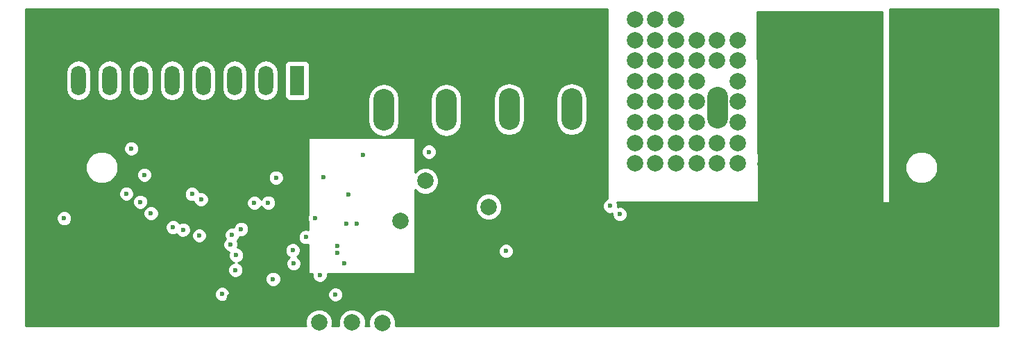
<source format=gbr>
G04 #@! TF.FileFunction,Copper,L3,Inr,Signal*
%FSLAX46Y46*%
G04 Gerber Fmt 4.6, Leading zero omitted, Abs format (unit mm)*
G04 Created by KiCad (PCBNEW 4.0.6) date Thu Jun  1 11:47:27 2017*
%MOMM*%
%LPD*%
G01*
G04 APERTURE LIST*
%ADD10C,0.100000*%
%ADD11C,1.998980*%
%ADD12O,2.540000X5.080000*%
%ADD13R,1.800000X3.600000*%
%ADD14O,1.800000X3.600000*%
%ADD15C,0.600000*%
%ADD16C,2.000000*%
%ADD17C,0.250000*%
%ADD18C,0.419100*%
%ADD19C,0.254000*%
G04 APERTURE END LIST*
D10*
D11*
X77410000Y-77830000D03*
X76170000Y-76120000D03*
X86500000Y-78900000D03*
X90530000Y-78900000D03*
X94210000Y-78930000D03*
X132550000Y-59500000D03*
X125050000Y-57000000D03*
X125050000Y-59500000D03*
X127550000Y-57000000D03*
X130050000Y-57000000D03*
X132550000Y-57000000D03*
X130050000Y-59500000D03*
X127550000Y-59500000D03*
X146000000Y-52090000D03*
X148500000Y-52090000D03*
X148500000Y-47090000D03*
X146000000Y-47090000D03*
X148500000Y-49590000D03*
X146000000Y-49590000D03*
X148500000Y-44590000D03*
X146000000Y-42090000D03*
X146000000Y-44590000D03*
X153500000Y-49590000D03*
X153500000Y-52090000D03*
X151000000Y-52090000D03*
X151000000Y-49590000D03*
X151000000Y-47090000D03*
X153500000Y-44590000D03*
X151000000Y-44590000D03*
X153500000Y-47090000D03*
X153500000Y-42090000D03*
X151000000Y-42090000D03*
X148500000Y-42090000D03*
X148500000Y-57090000D03*
X148500000Y-59590000D03*
X141000000Y-59590000D03*
X141000000Y-57090000D03*
X135050000Y-57000000D03*
X137550000Y-59500000D03*
X137550000Y-57000000D03*
X135050000Y-59500000D03*
X143500000Y-59590000D03*
X146000000Y-54590000D03*
X146000000Y-59590000D03*
X146000000Y-57090000D03*
X143500000Y-57090000D03*
X153500000Y-57090000D03*
X153500000Y-54590000D03*
X151000000Y-54590000D03*
X148500000Y-54590000D03*
X153500000Y-59590000D03*
X151000000Y-59590000D03*
X151000000Y-57090000D03*
X137550000Y-47000000D03*
X135050000Y-47000000D03*
X132550000Y-47000000D03*
X137550000Y-44500000D03*
X135050000Y-44500000D03*
X132550000Y-44500000D03*
X127550000Y-42000000D03*
X130050000Y-44500000D03*
X127550000Y-44500000D03*
X125050000Y-44500000D03*
X130050000Y-42000000D03*
X125050000Y-42000000D03*
X137550000Y-49500000D03*
X137550000Y-54500000D03*
X132550000Y-54500000D03*
X137550000Y-52000000D03*
X132550000Y-52000000D03*
X132550000Y-49500000D03*
X127550000Y-47000000D03*
X130050000Y-49500000D03*
X125050000Y-49500000D03*
X130050000Y-47000000D03*
X127550000Y-49500000D03*
X125050000Y-47000000D03*
D12*
X142770000Y-52700000D03*
X135150000Y-52700000D03*
D11*
X141000000Y-44590000D03*
X143500000Y-47090000D03*
X141000000Y-49590000D03*
X141000000Y-47090000D03*
X143500000Y-44590000D03*
X127550000Y-54500000D03*
X130050000Y-54500000D03*
X125050000Y-54500000D03*
X130050000Y-52000000D03*
X127550000Y-52000000D03*
X125050000Y-52000000D03*
D12*
X102020000Y-53000000D03*
X94400000Y-53000000D03*
D13*
X83810000Y-49400000D03*
D14*
X80000000Y-49400000D03*
X76190000Y-49400000D03*
X72380000Y-49400000D03*
X68570000Y-49400000D03*
X64760000Y-49400000D03*
X60950000Y-49400000D03*
X57140000Y-49400000D03*
D12*
X117320000Y-52900000D03*
X109700000Y-52900000D03*
D15*
X82500000Y-55200000D03*
X81300000Y-55200000D03*
X81900000Y-55200000D03*
X73000000Y-55100000D03*
X75700000Y-73400000D03*
D16*
X107200000Y-64800000D03*
X96400000Y-66500000D03*
D15*
X75893288Y-68206712D03*
X74680000Y-75440000D03*
X123200000Y-65700000D03*
X122000000Y-64700000D03*
X109300000Y-70200000D03*
X84900000Y-68500000D03*
X68700000Y-67300000D03*
X64700000Y-64200000D03*
X88500000Y-75500000D03*
X90100000Y-63300000D03*
X80300000Y-64300000D03*
X75700000Y-69400000D03*
X71895046Y-68300000D03*
X69900000Y-67600000D03*
D16*
X99450000Y-61650000D03*
D15*
X81250000Y-61250000D03*
X91900000Y-58500000D03*
X91100000Y-66900000D03*
X89800000Y-66900000D03*
X88700000Y-70400000D03*
X88700000Y-69600000D03*
X83300000Y-70100000D03*
X86600000Y-73100000D03*
X63000000Y-63200000D03*
X71000000Y-63250000D03*
X80900000Y-73600000D03*
X89590440Y-71709560D03*
X83409560Y-71709560D03*
X87000000Y-61200000D03*
X76300000Y-72500000D03*
X85990449Y-66190449D03*
X55400000Y-66200000D03*
X76400000Y-70700000D03*
X63600000Y-57700000D03*
X65200000Y-60900000D03*
X66000000Y-65600000D03*
X72100000Y-63900000D03*
X77000000Y-67500000D03*
X78600000Y-64323062D03*
X99900000Y-58100000D03*
D17*
X140600000Y-68300000D02*
X142300000Y-68300000D01*
X117500000Y-56300000D02*
X120100000Y-58800000D01*
X120100000Y-58800000D02*
X120100000Y-66500000D01*
X120100000Y-66500000D02*
X121900000Y-68300000D01*
X121900000Y-68300000D02*
X140600000Y-68300000D01*
X81900000Y-55200000D02*
X81900000Y-55600000D01*
X97800000Y-56300000D02*
X111400000Y-56300000D01*
X96300000Y-56300000D02*
X97800000Y-56300000D01*
X90900000Y-56300000D02*
X96300000Y-56300000D01*
X86800000Y-56300000D02*
X90900000Y-56300000D01*
X83200000Y-56300000D02*
X86800000Y-56300000D01*
X81900000Y-55600000D02*
X83200000Y-56300000D01*
X111400000Y-56300000D02*
X117500000Y-56300000D01*
X142300000Y-68300000D02*
X143500000Y-67100000D01*
X143500000Y-59590000D02*
X143500000Y-67100000D01*
D18*
X75700000Y-73400000D02*
X74500000Y-73400000D01*
X73600000Y-55700000D02*
X73000000Y-55100000D01*
X73600000Y-72500000D02*
X73600000Y-55700000D01*
X74500000Y-73400000D02*
X73600000Y-72500000D01*
D19*
G36*
X121673000Y-63823442D02*
X121471057Y-63906883D01*
X121207808Y-64169673D01*
X121065162Y-64513201D01*
X121064838Y-64885167D01*
X121206883Y-65228943D01*
X121469673Y-65492192D01*
X121813201Y-65634838D01*
X122185167Y-65635162D01*
X122265085Y-65602141D01*
X122264838Y-65885167D01*
X122406883Y-66228943D01*
X122669673Y-66492192D01*
X123013201Y-66634838D01*
X123385167Y-66635162D01*
X123728943Y-66493117D01*
X123992192Y-66230327D01*
X124134838Y-65886799D01*
X124135162Y-65514833D01*
X123993117Y-65171057D01*
X123730327Y-64907808D01*
X123386799Y-64765162D01*
X123014833Y-64764838D01*
X122934915Y-64797859D01*
X122935162Y-64514833D01*
X122816232Y-64227000D01*
X140000000Y-64227000D01*
X140049410Y-64216994D01*
X140091035Y-64188553D01*
X140118315Y-64146159D01*
X140126997Y-64099179D01*
X139977823Y-41027000D01*
X155223000Y-41027000D01*
X155223000Y-64198099D01*
X155233006Y-64247509D01*
X155261447Y-64289134D01*
X155303841Y-64316414D01*
X155349629Y-64325098D01*
X155999629Y-64326999D01*
X156049068Y-64317138D01*
X156090775Y-64288819D01*
X156118179Y-64246505D01*
X156127000Y-64200000D01*
X156127000Y-60393109D01*
X158014657Y-60393109D01*
X158316218Y-61122943D01*
X158874120Y-61681819D01*
X159603427Y-61984654D01*
X160393109Y-61985343D01*
X161122943Y-61683782D01*
X161681819Y-61125880D01*
X161984654Y-60396573D01*
X161985343Y-59606891D01*
X161683782Y-58877057D01*
X161125880Y-58318181D01*
X160396573Y-58015346D01*
X159606891Y-58014657D01*
X158877057Y-58316218D01*
X158318181Y-58874120D01*
X158015346Y-59603427D01*
X158014657Y-60393109D01*
X156127000Y-60393109D01*
X156127000Y-40685000D01*
X169315000Y-40685000D01*
X169315000Y-79315000D01*
X95819934Y-79315000D01*
X95844206Y-79256547D01*
X95844774Y-78606306D01*
X95596462Y-78005345D01*
X95137073Y-77545154D01*
X94536547Y-77295794D01*
X93886306Y-77295226D01*
X93285345Y-77543538D01*
X92825154Y-78002927D01*
X92575794Y-78603453D01*
X92575226Y-79253694D01*
X92600557Y-79315000D01*
X92127477Y-79315000D01*
X92164206Y-79226547D01*
X92164774Y-78576306D01*
X91916462Y-77975345D01*
X91457073Y-77515154D01*
X90856547Y-77265794D01*
X90206306Y-77265226D01*
X89605345Y-77513538D01*
X89145154Y-77972927D01*
X88895794Y-78573453D01*
X88895226Y-79223694D01*
X88932953Y-79315000D01*
X88097477Y-79315000D01*
X88134206Y-79226547D01*
X88134774Y-78576306D01*
X87886462Y-77975345D01*
X87427073Y-77515154D01*
X86826547Y-77265794D01*
X86176306Y-77265226D01*
X85575345Y-77513538D01*
X85115154Y-77972927D01*
X84865794Y-78573453D01*
X84865226Y-79223694D01*
X84902953Y-79315000D01*
X50685000Y-79315000D01*
X50685000Y-75625167D01*
X73744838Y-75625167D01*
X73886883Y-75968943D01*
X74149673Y-76232192D01*
X74493201Y-76374838D01*
X74865167Y-76375162D01*
X75208943Y-76233117D01*
X75472192Y-75970327D01*
X75590601Y-75685167D01*
X87564838Y-75685167D01*
X87706883Y-76028943D01*
X87969673Y-76292192D01*
X88313201Y-76434838D01*
X88685167Y-76435162D01*
X89028943Y-76293117D01*
X89292192Y-76030327D01*
X89434838Y-75686799D01*
X89435162Y-75314833D01*
X89293117Y-74971057D01*
X89030327Y-74707808D01*
X88686799Y-74565162D01*
X88314833Y-74564838D01*
X87971057Y-74706883D01*
X87707808Y-74969673D01*
X87565162Y-75313201D01*
X87564838Y-75685167D01*
X75590601Y-75685167D01*
X75614838Y-75626799D01*
X75615162Y-75254833D01*
X75473117Y-74911057D01*
X75210327Y-74647808D01*
X74866799Y-74505162D01*
X74494833Y-74504838D01*
X74151057Y-74646883D01*
X73887808Y-74909673D01*
X73745162Y-75253201D01*
X73744838Y-75625167D01*
X50685000Y-75625167D01*
X50685000Y-73785167D01*
X79964838Y-73785167D01*
X80106883Y-74128943D01*
X80369673Y-74392192D01*
X80713201Y-74534838D01*
X81085167Y-74535162D01*
X81428943Y-74393117D01*
X81692192Y-74130327D01*
X81834838Y-73786799D01*
X81835162Y-73414833D01*
X81693117Y-73071057D01*
X81430327Y-72807808D01*
X81086799Y-72665162D01*
X80714833Y-72664838D01*
X80371057Y-72806883D01*
X80107808Y-73069673D01*
X79965162Y-73413201D01*
X79964838Y-73785167D01*
X50685000Y-73785167D01*
X50685000Y-69585167D01*
X74764838Y-69585167D01*
X74906883Y-69928943D01*
X75169673Y-70192192D01*
X75513201Y-70334838D01*
X75539216Y-70334861D01*
X75465162Y-70513201D01*
X75464838Y-70885167D01*
X75606883Y-71228943D01*
X75869673Y-71492192D01*
X76079641Y-71579379D01*
X75771057Y-71706883D01*
X75507808Y-71969673D01*
X75365162Y-72313201D01*
X75364838Y-72685167D01*
X75506883Y-73028943D01*
X75769673Y-73292192D01*
X76113201Y-73434838D01*
X76485167Y-73435162D01*
X76828943Y-73293117D01*
X77092192Y-73030327D01*
X77234838Y-72686799D01*
X77235162Y-72314833D01*
X77093117Y-71971057D01*
X76830327Y-71707808D01*
X76620359Y-71620621D01*
X76928943Y-71493117D01*
X77192192Y-71230327D01*
X77334838Y-70886799D01*
X77335162Y-70514833D01*
X77240267Y-70285167D01*
X82364838Y-70285167D01*
X82506883Y-70628943D01*
X82769673Y-70892192D01*
X82865182Y-70931851D01*
X82617368Y-71179233D01*
X82474722Y-71522761D01*
X82474398Y-71894727D01*
X82616443Y-72238503D01*
X82879233Y-72501752D01*
X83222761Y-72644398D01*
X83594727Y-72644722D01*
X83938503Y-72502677D01*
X84201752Y-72239887D01*
X84344398Y-71896359D01*
X84344722Y-71524393D01*
X84202677Y-71180617D01*
X83939887Y-70917368D01*
X83844378Y-70877709D01*
X84092192Y-70630327D01*
X84234838Y-70286799D01*
X84235162Y-69914833D01*
X84093117Y-69571057D01*
X83830327Y-69307808D01*
X83486799Y-69165162D01*
X83114833Y-69164838D01*
X82771057Y-69306883D01*
X82507808Y-69569673D01*
X82365162Y-69913201D01*
X82364838Y-70285167D01*
X77240267Y-70285167D01*
X77193117Y-70171057D01*
X76930327Y-69907808D01*
X76586799Y-69765162D01*
X76560784Y-69765139D01*
X76634838Y-69586799D01*
X76635162Y-69214833D01*
X76510087Y-68912127D01*
X76685480Y-68737039D01*
X76707019Y-68685167D01*
X83964838Y-68685167D01*
X84106883Y-69028943D01*
X84369673Y-69292192D01*
X84713201Y-69434838D01*
X85085167Y-69435162D01*
X85173000Y-69398870D01*
X85173000Y-72800000D01*
X85183006Y-72849410D01*
X85211447Y-72891035D01*
X85253841Y-72918315D01*
X85300000Y-72927000D01*
X85665150Y-72927000D01*
X85664838Y-73285167D01*
X85806883Y-73628943D01*
X86069673Y-73892192D01*
X86413201Y-74034838D01*
X86785167Y-74035162D01*
X87128943Y-73893117D01*
X87392192Y-73630327D01*
X87534838Y-73286799D01*
X87535151Y-72927000D01*
X98100000Y-72927000D01*
X98149410Y-72916994D01*
X98191035Y-72888553D01*
X98218315Y-72846159D01*
X98227000Y-72800000D01*
X98227000Y-70385167D01*
X108364838Y-70385167D01*
X108506883Y-70728943D01*
X108769673Y-70992192D01*
X109113201Y-71134838D01*
X109485167Y-71135162D01*
X109828943Y-70993117D01*
X110092192Y-70730327D01*
X110234838Y-70386799D01*
X110235162Y-70014833D01*
X110093117Y-69671057D01*
X109830327Y-69407808D01*
X109486799Y-69265162D01*
X109114833Y-69264838D01*
X108771057Y-69406883D01*
X108507808Y-69669673D01*
X108365162Y-70013201D01*
X108364838Y-70385167D01*
X98227000Y-70385167D01*
X98227000Y-65123795D01*
X105564716Y-65123795D01*
X105813106Y-65724943D01*
X106272637Y-66185278D01*
X106873352Y-66434716D01*
X107523795Y-66435284D01*
X108124943Y-66186894D01*
X108585278Y-65727363D01*
X108834716Y-65126648D01*
X108835284Y-64476205D01*
X108586894Y-63875057D01*
X108127363Y-63414722D01*
X107526648Y-63165284D01*
X106876205Y-63164716D01*
X106275057Y-63413106D01*
X105814722Y-63872637D01*
X105565284Y-64473352D01*
X105564716Y-65123795D01*
X98227000Y-65123795D01*
X98227000Y-62739124D01*
X98522637Y-63035278D01*
X99123352Y-63284716D01*
X99773795Y-63285284D01*
X100374943Y-63036894D01*
X100835278Y-62577363D01*
X101084716Y-61976648D01*
X101085284Y-61326205D01*
X100836894Y-60725057D01*
X100377363Y-60264722D01*
X99776648Y-60015284D01*
X99126205Y-60014716D01*
X98525057Y-60263106D01*
X98227000Y-60560642D01*
X98227000Y-58285167D01*
X98964838Y-58285167D01*
X99106883Y-58628943D01*
X99369673Y-58892192D01*
X99713201Y-59034838D01*
X100085167Y-59035162D01*
X100428943Y-58893117D01*
X100692192Y-58630327D01*
X100834838Y-58286799D01*
X100835162Y-57914833D01*
X100693117Y-57571057D01*
X100430327Y-57307808D01*
X100086799Y-57165162D01*
X99714833Y-57164838D01*
X99371057Y-57306883D01*
X99107808Y-57569673D01*
X98965162Y-57913201D01*
X98964838Y-58285167D01*
X98227000Y-58285167D01*
X98227000Y-56500000D01*
X98216994Y-56450590D01*
X98188553Y-56408965D01*
X98146159Y-56381685D01*
X98100000Y-56373000D01*
X85300000Y-56373000D01*
X85250590Y-56383006D01*
X85208965Y-56411447D01*
X85181685Y-56453841D01*
X85173000Y-56500000D01*
X85173000Y-65720947D01*
X85055611Y-66003650D01*
X85055287Y-66375616D01*
X85173000Y-66660504D01*
X85173000Y-67600956D01*
X85086799Y-67565162D01*
X84714833Y-67564838D01*
X84371057Y-67706883D01*
X84107808Y-67969673D01*
X83965162Y-68313201D01*
X83964838Y-68685167D01*
X76707019Y-68685167D01*
X76811294Y-68434046D01*
X76813201Y-68434838D01*
X77185167Y-68435162D01*
X77528943Y-68293117D01*
X77792192Y-68030327D01*
X77934838Y-67686799D01*
X77935162Y-67314833D01*
X77793117Y-66971057D01*
X77530327Y-66707808D01*
X77186799Y-66565162D01*
X76814833Y-66564838D01*
X76471057Y-66706883D01*
X76207808Y-66969673D01*
X76081994Y-67272666D01*
X76080087Y-67271874D01*
X75708121Y-67271550D01*
X75364345Y-67413595D01*
X75101096Y-67676385D01*
X74958450Y-68019913D01*
X74958126Y-68391879D01*
X75083201Y-68694585D01*
X74907808Y-68869673D01*
X74765162Y-69213201D01*
X74764838Y-69585167D01*
X50685000Y-69585167D01*
X50685000Y-67485167D01*
X67764838Y-67485167D01*
X67906883Y-67828943D01*
X68169673Y-68092192D01*
X68513201Y-68234838D01*
X68885167Y-68235162D01*
X69117207Y-68139285D01*
X69369673Y-68392192D01*
X69713201Y-68534838D01*
X70085167Y-68535162D01*
X70206164Y-68485167D01*
X70959884Y-68485167D01*
X71101929Y-68828943D01*
X71364719Y-69092192D01*
X71708247Y-69234838D01*
X72080213Y-69235162D01*
X72423989Y-69093117D01*
X72687238Y-68830327D01*
X72829884Y-68486799D01*
X72830208Y-68114833D01*
X72688163Y-67771057D01*
X72425373Y-67507808D01*
X72081845Y-67365162D01*
X71709879Y-67364838D01*
X71366103Y-67506883D01*
X71102854Y-67769673D01*
X70960208Y-68113201D01*
X70959884Y-68485167D01*
X70206164Y-68485167D01*
X70428943Y-68393117D01*
X70692192Y-68130327D01*
X70834838Y-67786799D01*
X70835162Y-67414833D01*
X70693117Y-67071057D01*
X70430327Y-66807808D01*
X70086799Y-66665162D01*
X69714833Y-66664838D01*
X69482793Y-66760715D01*
X69230327Y-66507808D01*
X68886799Y-66365162D01*
X68514833Y-66364838D01*
X68171057Y-66506883D01*
X67907808Y-66769673D01*
X67765162Y-67113201D01*
X67764838Y-67485167D01*
X50685000Y-67485167D01*
X50685000Y-66385167D01*
X54464838Y-66385167D01*
X54606883Y-66728943D01*
X54869673Y-66992192D01*
X55213201Y-67134838D01*
X55585167Y-67135162D01*
X55928943Y-66993117D01*
X56192192Y-66730327D01*
X56334838Y-66386799D01*
X56335162Y-66014833D01*
X56240267Y-65785167D01*
X65064838Y-65785167D01*
X65206883Y-66128943D01*
X65469673Y-66392192D01*
X65813201Y-66534838D01*
X66185167Y-66535162D01*
X66528943Y-66393117D01*
X66792192Y-66130327D01*
X66934838Y-65786799D01*
X66935162Y-65414833D01*
X66793117Y-65071057D01*
X66530327Y-64807808D01*
X66186799Y-64665162D01*
X65814833Y-64664838D01*
X65471057Y-64806883D01*
X65207808Y-65069673D01*
X65065162Y-65413201D01*
X65064838Y-65785167D01*
X56240267Y-65785167D01*
X56193117Y-65671057D01*
X55930327Y-65407808D01*
X55586799Y-65265162D01*
X55214833Y-65264838D01*
X54871057Y-65406883D01*
X54607808Y-65669673D01*
X54465162Y-66013201D01*
X54464838Y-66385167D01*
X50685000Y-66385167D01*
X50685000Y-64385167D01*
X63764838Y-64385167D01*
X63906883Y-64728943D01*
X64169673Y-64992192D01*
X64513201Y-65134838D01*
X64885167Y-65135162D01*
X65228943Y-64993117D01*
X65492192Y-64730327D01*
X65634838Y-64386799D01*
X65635162Y-64014833D01*
X65493117Y-63671057D01*
X65257639Y-63435167D01*
X70064838Y-63435167D01*
X70206883Y-63778943D01*
X70469673Y-64042192D01*
X70813201Y-64184838D01*
X71185167Y-64185162D01*
X71203094Y-64177755D01*
X71306883Y-64428943D01*
X71569673Y-64692192D01*
X71913201Y-64834838D01*
X72285167Y-64835162D01*
X72628943Y-64693117D01*
X72814153Y-64508229D01*
X77664838Y-64508229D01*
X77806883Y-64852005D01*
X78069673Y-65115254D01*
X78413201Y-65257900D01*
X78785167Y-65258224D01*
X79128943Y-65116179D01*
X79392192Y-64853389D01*
X79454742Y-64702752D01*
X79506883Y-64828943D01*
X79769673Y-65092192D01*
X80113201Y-65234838D01*
X80485167Y-65235162D01*
X80828943Y-65093117D01*
X81092192Y-64830327D01*
X81234838Y-64486799D01*
X81235162Y-64114833D01*
X81093117Y-63771057D01*
X80830327Y-63507808D01*
X80486799Y-63365162D01*
X80114833Y-63364838D01*
X79771057Y-63506883D01*
X79507808Y-63769673D01*
X79445258Y-63920310D01*
X79393117Y-63794119D01*
X79130327Y-63530870D01*
X78786799Y-63388224D01*
X78414833Y-63387900D01*
X78071057Y-63529945D01*
X77807808Y-63792735D01*
X77665162Y-64136263D01*
X77664838Y-64508229D01*
X72814153Y-64508229D01*
X72892192Y-64430327D01*
X73034838Y-64086799D01*
X73035162Y-63714833D01*
X72893117Y-63371057D01*
X72630327Y-63107808D01*
X72286799Y-62965162D01*
X71914833Y-62964838D01*
X71896906Y-62972245D01*
X71793117Y-62721057D01*
X71530327Y-62457808D01*
X71186799Y-62315162D01*
X70814833Y-62314838D01*
X70471057Y-62456883D01*
X70207808Y-62719673D01*
X70065162Y-63063201D01*
X70064838Y-63435167D01*
X65257639Y-63435167D01*
X65230327Y-63407808D01*
X64886799Y-63265162D01*
X64514833Y-63264838D01*
X64171057Y-63406883D01*
X63907808Y-63669673D01*
X63765162Y-64013201D01*
X63764838Y-64385167D01*
X50685000Y-64385167D01*
X50685000Y-63385167D01*
X62064838Y-63385167D01*
X62206883Y-63728943D01*
X62469673Y-63992192D01*
X62813201Y-64134838D01*
X63185167Y-64135162D01*
X63528943Y-63993117D01*
X63792192Y-63730327D01*
X63934838Y-63386799D01*
X63935162Y-63014833D01*
X63793117Y-62671057D01*
X63530327Y-62407808D01*
X63186799Y-62265162D01*
X62814833Y-62264838D01*
X62471057Y-62406883D01*
X62207808Y-62669673D01*
X62065162Y-63013201D01*
X62064838Y-63385167D01*
X50685000Y-63385167D01*
X50685000Y-60393109D01*
X58014657Y-60393109D01*
X58316218Y-61122943D01*
X58874120Y-61681819D01*
X59603427Y-61984654D01*
X60393109Y-61985343D01*
X61122943Y-61683782D01*
X61681819Y-61125880D01*
X61698724Y-61085167D01*
X64264838Y-61085167D01*
X64406883Y-61428943D01*
X64669673Y-61692192D01*
X65013201Y-61834838D01*
X65385167Y-61835162D01*
X65728943Y-61693117D01*
X65987343Y-61435167D01*
X80314838Y-61435167D01*
X80456883Y-61778943D01*
X80719673Y-62042192D01*
X81063201Y-62184838D01*
X81435167Y-62185162D01*
X81778943Y-62043117D01*
X82042192Y-61780327D01*
X82184838Y-61436799D01*
X82185162Y-61064833D01*
X82043117Y-60721057D01*
X81780327Y-60457808D01*
X81436799Y-60315162D01*
X81064833Y-60314838D01*
X80721057Y-60456883D01*
X80457808Y-60719673D01*
X80315162Y-61063201D01*
X80314838Y-61435167D01*
X65987343Y-61435167D01*
X65992192Y-61430327D01*
X66134838Y-61086799D01*
X66135162Y-60714833D01*
X65993117Y-60371057D01*
X65730327Y-60107808D01*
X65386799Y-59965162D01*
X65014833Y-59964838D01*
X64671057Y-60106883D01*
X64407808Y-60369673D01*
X64265162Y-60713201D01*
X64264838Y-61085167D01*
X61698724Y-61085167D01*
X61984654Y-60396573D01*
X61985343Y-59606891D01*
X61683782Y-58877057D01*
X61125880Y-58318181D01*
X60396573Y-58015346D01*
X59606891Y-58014657D01*
X58877057Y-58316218D01*
X58318181Y-58874120D01*
X58015346Y-59603427D01*
X58014657Y-60393109D01*
X50685000Y-60393109D01*
X50685000Y-57885167D01*
X62664838Y-57885167D01*
X62806883Y-58228943D01*
X63069673Y-58492192D01*
X63413201Y-58634838D01*
X63785167Y-58635162D01*
X64128943Y-58493117D01*
X64392192Y-58230327D01*
X64534838Y-57886799D01*
X64535162Y-57514833D01*
X64393117Y-57171057D01*
X64130327Y-56907808D01*
X63786799Y-56765162D01*
X63414833Y-56764838D01*
X63071057Y-56906883D01*
X62807808Y-57169673D01*
X62665162Y-57513201D01*
X62664838Y-57885167D01*
X50685000Y-57885167D01*
X50685000Y-48452296D01*
X55605000Y-48452296D01*
X55605000Y-50347704D01*
X55721845Y-50935123D01*
X56054591Y-51433113D01*
X56552581Y-51765859D01*
X57140000Y-51882704D01*
X57727419Y-51765859D01*
X58225409Y-51433113D01*
X58558155Y-50935123D01*
X58675000Y-50347704D01*
X58675000Y-48452296D01*
X59415000Y-48452296D01*
X59415000Y-50347704D01*
X59531845Y-50935123D01*
X59864591Y-51433113D01*
X60362581Y-51765859D01*
X60950000Y-51882704D01*
X61537419Y-51765859D01*
X62035409Y-51433113D01*
X62368155Y-50935123D01*
X62485000Y-50347704D01*
X62485000Y-48452296D01*
X63225000Y-48452296D01*
X63225000Y-50347704D01*
X63341845Y-50935123D01*
X63674591Y-51433113D01*
X64172581Y-51765859D01*
X64760000Y-51882704D01*
X65347419Y-51765859D01*
X65845409Y-51433113D01*
X66178155Y-50935123D01*
X66295000Y-50347704D01*
X66295000Y-48452296D01*
X67035000Y-48452296D01*
X67035000Y-50347704D01*
X67151845Y-50935123D01*
X67484591Y-51433113D01*
X67982581Y-51765859D01*
X68570000Y-51882704D01*
X69157419Y-51765859D01*
X69655409Y-51433113D01*
X69988155Y-50935123D01*
X70105000Y-50347704D01*
X70105000Y-48452296D01*
X70845000Y-48452296D01*
X70845000Y-50347704D01*
X70961845Y-50935123D01*
X71294591Y-51433113D01*
X71792581Y-51765859D01*
X72380000Y-51882704D01*
X72967419Y-51765859D01*
X73465409Y-51433113D01*
X73798155Y-50935123D01*
X73915000Y-50347704D01*
X73915000Y-48452296D01*
X74655000Y-48452296D01*
X74655000Y-50347704D01*
X74771845Y-50935123D01*
X75104591Y-51433113D01*
X75602581Y-51765859D01*
X76190000Y-51882704D01*
X76777419Y-51765859D01*
X77275409Y-51433113D01*
X77608155Y-50935123D01*
X77725000Y-50347704D01*
X77725000Y-48452296D01*
X78465000Y-48452296D01*
X78465000Y-50347704D01*
X78581845Y-50935123D01*
X78914591Y-51433113D01*
X79412581Y-51765859D01*
X80000000Y-51882704D01*
X80587419Y-51765859D01*
X81085409Y-51433113D01*
X81418155Y-50935123D01*
X81535000Y-50347704D01*
X81535000Y-48452296D01*
X81418155Y-47864877D01*
X81241170Y-47600000D01*
X82262560Y-47600000D01*
X82262560Y-51200000D01*
X82306838Y-51435317D01*
X82445910Y-51651441D01*
X82658110Y-51796431D01*
X82910000Y-51847440D01*
X84710000Y-51847440D01*
X84945317Y-51803162D01*
X85155678Y-51667798D01*
X92495000Y-51667798D01*
X92495000Y-54332202D01*
X92640009Y-55061214D01*
X93052962Y-55679240D01*
X93670988Y-56092193D01*
X94400000Y-56237202D01*
X95129012Y-56092193D01*
X95747038Y-55679240D01*
X96159991Y-55061214D01*
X96305000Y-54332202D01*
X96305000Y-51667798D01*
X100115000Y-51667798D01*
X100115000Y-54332202D01*
X100260009Y-55061214D01*
X100672962Y-55679240D01*
X101290988Y-56092193D01*
X102020000Y-56237202D01*
X102749012Y-56092193D01*
X103367038Y-55679240D01*
X103779991Y-55061214D01*
X103925000Y-54332202D01*
X103925000Y-51667798D01*
X103905109Y-51567798D01*
X107795000Y-51567798D01*
X107795000Y-54232202D01*
X107940009Y-54961214D01*
X108352962Y-55579240D01*
X108970988Y-55992193D01*
X109700000Y-56137202D01*
X110429012Y-55992193D01*
X111047038Y-55579240D01*
X111459991Y-54961214D01*
X111605000Y-54232202D01*
X111605000Y-51567798D01*
X115415000Y-51567798D01*
X115415000Y-54232202D01*
X115560009Y-54961214D01*
X115972962Y-55579240D01*
X116590988Y-55992193D01*
X117320000Y-56137202D01*
X118049012Y-55992193D01*
X118667038Y-55579240D01*
X119079991Y-54961214D01*
X119225000Y-54232202D01*
X119225000Y-51567798D01*
X119079991Y-50838786D01*
X118667038Y-50220760D01*
X118049012Y-49807807D01*
X117320000Y-49662798D01*
X116590988Y-49807807D01*
X115972962Y-50220760D01*
X115560009Y-50838786D01*
X115415000Y-51567798D01*
X111605000Y-51567798D01*
X111459991Y-50838786D01*
X111047038Y-50220760D01*
X110429012Y-49807807D01*
X109700000Y-49662798D01*
X108970988Y-49807807D01*
X108352962Y-50220760D01*
X107940009Y-50838786D01*
X107795000Y-51567798D01*
X103905109Y-51567798D01*
X103779991Y-50938786D01*
X103367038Y-50320760D01*
X102749012Y-49907807D01*
X102020000Y-49762798D01*
X101290988Y-49907807D01*
X100672962Y-50320760D01*
X100260009Y-50938786D01*
X100115000Y-51667798D01*
X96305000Y-51667798D01*
X96159991Y-50938786D01*
X95747038Y-50320760D01*
X95129012Y-49907807D01*
X94400000Y-49762798D01*
X93670988Y-49907807D01*
X93052962Y-50320760D01*
X92640009Y-50938786D01*
X92495000Y-51667798D01*
X85155678Y-51667798D01*
X85161441Y-51664090D01*
X85306431Y-51451890D01*
X85357440Y-51200000D01*
X85357440Y-47600000D01*
X85313162Y-47364683D01*
X85174090Y-47148559D01*
X84961890Y-47003569D01*
X84710000Y-46952560D01*
X82910000Y-46952560D01*
X82674683Y-46996838D01*
X82458559Y-47135910D01*
X82313569Y-47348110D01*
X82262560Y-47600000D01*
X81241170Y-47600000D01*
X81085409Y-47366887D01*
X80587419Y-47034141D01*
X80000000Y-46917296D01*
X79412581Y-47034141D01*
X78914591Y-47366887D01*
X78581845Y-47864877D01*
X78465000Y-48452296D01*
X77725000Y-48452296D01*
X77608155Y-47864877D01*
X77275409Y-47366887D01*
X76777419Y-47034141D01*
X76190000Y-46917296D01*
X75602581Y-47034141D01*
X75104591Y-47366887D01*
X74771845Y-47864877D01*
X74655000Y-48452296D01*
X73915000Y-48452296D01*
X73798155Y-47864877D01*
X73465409Y-47366887D01*
X72967419Y-47034141D01*
X72380000Y-46917296D01*
X71792581Y-47034141D01*
X71294591Y-47366887D01*
X70961845Y-47864877D01*
X70845000Y-48452296D01*
X70105000Y-48452296D01*
X69988155Y-47864877D01*
X69655409Y-47366887D01*
X69157419Y-47034141D01*
X68570000Y-46917296D01*
X67982581Y-47034141D01*
X67484591Y-47366887D01*
X67151845Y-47864877D01*
X67035000Y-48452296D01*
X66295000Y-48452296D01*
X66178155Y-47864877D01*
X65845409Y-47366887D01*
X65347419Y-47034141D01*
X64760000Y-46917296D01*
X64172581Y-47034141D01*
X63674591Y-47366887D01*
X63341845Y-47864877D01*
X63225000Y-48452296D01*
X62485000Y-48452296D01*
X62368155Y-47864877D01*
X62035409Y-47366887D01*
X61537419Y-47034141D01*
X60950000Y-46917296D01*
X60362581Y-47034141D01*
X59864591Y-47366887D01*
X59531845Y-47864877D01*
X59415000Y-48452296D01*
X58675000Y-48452296D01*
X58558155Y-47864877D01*
X58225409Y-47366887D01*
X57727419Y-47034141D01*
X57140000Y-46917296D01*
X56552581Y-47034141D01*
X56054591Y-47366887D01*
X55721845Y-47864877D01*
X55605000Y-48452296D01*
X50685000Y-48452296D01*
X50685000Y-40685000D01*
X121673000Y-40685000D01*
X121673000Y-63823442D01*
X121673000Y-63823442D01*
G37*
X121673000Y-63823442D02*
X121471057Y-63906883D01*
X121207808Y-64169673D01*
X121065162Y-64513201D01*
X121064838Y-64885167D01*
X121206883Y-65228943D01*
X121469673Y-65492192D01*
X121813201Y-65634838D01*
X122185167Y-65635162D01*
X122265085Y-65602141D01*
X122264838Y-65885167D01*
X122406883Y-66228943D01*
X122669673Y-66492192D01*
X123013201Y-66634838D01*
X123385167Y-66635162D01*
X123728943Y-66493117D01*
X123992192Y-66230327D01*
X124134838Y-65886799D01*
X124135162Y-65514833D01*
X123993117Y-65171057D01*
X123730327Y-64907808D01*
X123386799Y-64765162D01*
X123014833Y-64764838D01*
X122934915Y-64797859D01*
X122935162Y-64514833D01*
X122816232Y-64227000D01*
X140000000Y-64227000D01*
X140049410Y-64216994D01*
X140091035Y-64188553D01*
X140118315Y-64146159D01*
X140126997Y-64099179D01*
X139977823Y-41027000D01*
X155223000Y-41027000D01*
X155223000Y-64198099D01*
X155233006Y-64247509D01*
X155261447Y-64289134D01*
X155303841Y-64316414D01*
X155349629Y-64325098D01*
X155999629Y-64326999D01*
X156049068Y-64317138D01*
X156090775Y-64288819D01*
X156118179Y-64246505D01*
X156127000Y-64200000D01*
X156127000Y-60393109D01*
X158014657Y-60393109D01*
X158316218Y-61122943D01*
X158874120Y-61681819D01*
X159603427Y-61984654D01*
X160393109Y-61985343D01*
X161122943Y-61683782D01*
X161681819Y-61125880D01*
X161984654Y-60396573D01*
X161985343Y-59606891D01*
X161683782Y-58877057D01*
X161125880Y-58318181D01*
X160396573Y-58015346D01*
X159606891Y-58014657D01*
X158877057Y-58316218D01*
X158318181Y-58874120D01*
X158015346Y-59603427D01*
X158014657Y-60393109D01*
X156127000Y-60393109D01*
X156127000Y-40685000D01*
X169315000Y-40685000D01*
X169315000Y-79315000D01*
X95819934Y-79315000D01*
X95844206Y-79256547D01*
X95844774Y-78606306D01*
X95596462Y-78005345D01*
X95137073Y-77545154D01*
X94536547Y-77295794D01*
X93886306Y-77295226D01*
X93285345Y-77543538D01*
X92825154Y-78002927D01*
X92575794Y-78603453D01*
X92575226Y-79253694D01*
X92600557Y-79315000D01*
X92127477Y-79315000D01*
X92164206Y-79226547D01*
X92164774Y-78576306D01*
X91916462Y-77975345D01*
X91457073Y-77515154D01*
X90856547Y-77265794D01*
X90206306Y-77265226D01*
X89605345Y-77513538D01*
X89145154Y-77972927D01*
X88895794Y-78573453D01*
X88895226Y-79223694D01*
X88932953Y-79315000D01*
X88097477Y-79315000D01*
X88134206Y-79226547D01*
X88134774Y-78576306D01*
X87886462Y-77975345D01*
X87427073Y-77515154D01*
X86826547Y-77265794D01*
X86176306Y-77265226D01*
X85575345Y-77513538D01*
X85115154Y-77972927D01*
X84865794Y-78573453D01*
X84865226Y-79223694D01*
X84902953Y-79315000D01*
X50685000Y-79315000D01*
X50685000Y-75625167D01*
X73744838Y-75625167D01*
X73886883Y-75968943D01*
X74149673Y-76232192D01*
X74493201Y-76374838D01*
X74865167Y-76375162D01*
X75208943Y-76233117D01*
X75472192Y-75970327D01*
X75590601Y-75685167D01*
X87564838Y-75685167D01*
X87706883Y-76028943D01*
X87969673Y-76292192D01*
X88313201Y-76434838D01*
X88685167Y-76435162D01*
X89028943Y-76293117D01*
X89292192Y-76030327D01*
X89434838Y-75686799D01*
X89435162Y-75314833D01*
X89293117Y-74971057D01*
X89030327Y-74707808D01*
X88686799Y-74565162D01*
X88314833Y-74564838D01*
X87971057Y-74706883D01*
X87707808Y-74969673D01*
X87565162Y-75313201D01*
X87564838Y-75685167D01*
X75590601Y-75685167D01*
X75614838Y-75626799D01*
X75615162Y-75254833D01*
X75473117Y-74911057D01*
X75210327Y-74647808D01*
X74866799Y-74505162D01*
X74494833Y-74504838D01*
X74151057Y-74646883D01*
X73887808Y-74909673D01*
X73745162Y-75253201D01*
X73744838Y-75625167D01*
X50685000Y-75625167D01*
X50685000Y-73785167D01*
X79964838Y-73785167D01*
X80106883Y-74128943D01*
X80369673Y-74392192D01*
X80713201Y-74534838D01*
X81085167Y-74535162D01*
X81428943Y-74393117D01*
X81692192Y-74130327D01*
X81834838Y-73786799D01*
X81835162Y-73414833D01*
X81693117Y-73071057D01*
X81430327Y-72807808D01*
X81086799Y-72665162D01*
X80714833Y-72664838D01*
X80371057Y-72806883D01*
X80107808Y-73069673D01*
X79965162Y-73413201D01*
X79964838Y-73785167D01*
X50685000Y-73785167D01*
X50685000Y-69585167D01*
X74764838Y-69585167D01*
X74906883Y-69928943D01*
X75169673Y-70192192D01*
X75513201Y-70334838D01*
X75539216Y-70334861D01*
X75465162Y-70513201D01*
X75464838Y-70885167D01*
X75606883Y-71228943D01*
X75869673Y-71492192D01*
X76079641Y-71579379D01*
X75771057Y-71706883D01*
X75507808Y-71969673D01*
X75365162Y-72313201D01*
X75364838Y-72685167D01*
X75506883Y-73028943D01*
X75769673Y-73292192D01*
X76113201Y-73434838D01*
X76485167Y-73435162D01*
X76828943Y-73293117D01*
X77092192Y-73030327D01*
X77234838Y-72686799D01*
X77235162Y-72314833D01*
X77093117Y-71971057D01*
X76830327Y-71707808D01*
X76620359Y-71620621D01*
X76928943Y-71493117D01*
X77192192Y-71230327D01*
X77334838Y-70886799D01*
X77335162Y-70514833D01*
X77240267Y-70285167D01*
X82364838Y-70285167D01*
X82506883Y-70628943D01*
X82769673Y-70892192D01*
X82865182Y-70931851D01*
X82617368Y-71179233D01*
X82474722Y-71522761D01*
X82474398Y-71894727D01*
X82616443Y-72238503D01*
X82879233Y-72501752D01*
X83222761Y-72644398D01*
X83594727Y-72644722D01*
X83938503Y-72502677D01*
X84201752Y-72239887D01*
X84344398Y-71896359D01*
X84344722Y-71524393D01*
X84202677Y-71180617D01*
X83939887Y-70917368D01*
X83844378Y-70877709D01*
X84092192Y-70630327D01*
X84234838Y-70286799D01*
X84235162Y-69914833D01*
X84093117Y-69571057D01*
X83830327Y-69307808D01*
X83486799Y-69165162D01*
X83114833Y-69164838D01*
X82771057Y-69306883D01*
X82507808Y-69569673D01*
X82365162Y-69913201D01*
X82364838Y-70285167D01*
X77240267Y-70285167D01*
X77193117Y-70171057D01*
X76930327Y-69907808D01*
X76586799Y-69765162D01*
X76560784Y-69765139D01*
X76634838Y-69586799D01*
X76635162Y-69214833D01*
X76510087Y-68912127D01*
X76685480Y-68737039D01*
X76707019Y-68685167D01*
X83964838Y-68685167D01*
X84106883Y-69028943D01*
X84369673Y-69292192D01*
X84713201Y-69434838D01*
X85085167Y-69435162D01*
X85173000Y-69398870D01*
X85173000Y-72800000D01*
X85183006Y-72849410D01*
X85211447Y-72891035D01*
X85253841Y-72918315D01*
X85300000Y-72927000D01*
X85665150Y-72927000D01*
X85664838Y-73285167D01*
X85806883Y-73628943D01*
X86069673Y-73892192D01*
X86413201Y-74034838D01*
X86785167Y-74035162D01*
X87128943Y-73893117D01*
X87392192Y-73630327D01*
X87534838Y-73286799D01*
X87535151Y-72927000D01*
X98100000Y-72927000D01*
X98149410Y-72916994D01*
X98191035Y-72888553D01*
X98218315Y-72846159D01*
X98227000Y-72800000D01*
X98227000Y-70385167D01*
X108364838Y-70385167D01*
X108506883Y-70728943D01*
X108769673Y-70992192D01*
X109113201Y-71134838D01*
X109485167Y-71135162D01*
X109828943Y-70993117D01*
X110092192Y-70730327D01*
X110234838Y-70386799D01*
X110235162Y-70014833D01*
X110093117Y-69671057D01*
X109830327Y-69407808D01*
X109486799Y-69265162D01*
X109114833Y-69264838D01*
X108771057Y-69406883D01*
X108507808Y-69669673D01*
X108365162Y-70013201D01*
X108364838Y-70385167D01*
X98227000Y-70385167D01*
X98227000Y-65123795D01*
X105564716Y-65123795D01*
X105813106Y-65724943D01*
X106272637Y-66185278D01*
X106873352Y-66434716D01*
X107523795Y-66435284D01*
X108124943Y-66186894D01*
X108585278Y-65727363D01*
X108834716Y-65126648D01*
X108835284Y-64476205D01*
X108586894Y-63875057D01*
X108127363Y-63414722D01*
X107526648Y-63165284D01*
X106876205Y-63164716D01*
X106275057Y-63413106D01*
X105814722Y-63872637D01*
X105565284Y-64473352D01*
X105564716Y-65123795D01*
X98227000Y-65123795D01*
X98227000Y-62739124D01*
X98522637Y-63035278D01*
X99123352Y-63284716D01*
X99773795Y-63285284D01*
X100374943Y-63036894D01*
X100835278Y-62577363D01*
X101084716Y-61976648D01*
X101085284Y-61326205D01*
X100836894Y-60725057D01*
X100377363Y-60264722D01*
X99776648Y-60015284D01*
X99126205Y-60014716D01*
X98525057Y-60263106D01*
X98227000Y-60560642D01*
X98227000Y-58285167D01*
X98964838Y-58285167D01*
X99106883Y-58628943D01*
X99369673Y-58892192D01*
X99713201Y-59034838D01*
X100085167Y-59035162D01*
X100428943Y-58893117D01*
X100692192Y-58630327D01*
X100834838Y-58286799D01*
X100835162Y-57914833D01*
X100693117Y-57571057D01*
X100430327Y-57307808D01*
X100086799Y-57165162D01*
X99714833Y-57164838D01*
X99371057Y-57306883D01*
X99107808Y-57569673D01*
X98965162Y-57913201D01*
X98964838Y-58285167D01*
X98227000Y-58285167D01*
X98227000Y-56500000D01*
X98216994Y-56450590D01*
X98188553Y-56408965D01*
X98146159Y-56381685D01*
X98100000Y-56373000D01*
X85300000Y-56373000D01*
X85250590Y-56383006D01*
X85208965Y-56411447D01*
X85181685Y-56453841D01*
X85173000Y-56500000D01*
X85173000Y-65720947D01*
X85055611Y-66003650D01*
X85055287Y-66375616D01*
X85173000Y-66660504D01*
X85173000Y-67600956D01*
X85086799Y-67565162D01*
X84714833Y-67564838D01*
X84371057Y-67706883D01*
X84107808Y-67969673D01*
X83965162Y-68313201D01*
X83964838Y-68685167D01*
X76707019Y-68685167D01*
X76811294Y-68434046D01*
X76813201Y-68434838D01*
X77185167Y-68435162D01*
X77528943Y-68293117D01*
X77792192Y-68030327D01*
X77934838Y-67686799D01*
X77935162Y-67314833D01*
X77793117Y-66971057D01*
X77530327Y-66707808D01*
X77186799Y-66565162D01*
X76814833Y-66564838D01*
X76471057Y-66706883D01*
X76207808Y-66969673D01*
X76081994Y-67272666D01*
X76080087Y-67271874D01*
X75708121Y-67271550D01*
X75364345Y-67413595D01*
X75101096Y-67676385D01*
X74958450Y-68019913D01*
X74958126Y-68391879D01*
X75083201Y-68694585D01*
X74907808Y-68869673D01*
X74765162Y-69213201D01*
X74764838Y-69585167D01*
X50685000Y-69585167D01*
X50685000Y-67485167D01*
X67764838Y-67485167D01*
X67906883Y-67828943D01*
X68169673Y-68092192D01*
X68513201Y-68234838D01*
X68885167Y-68235162D01*
X69117207Y-68139285D01*
X69369673Y-68392192D01*
X69713201Y-68534838D01*
X70085167Y-68535162D01*
X70206164Y-68485167D01*
X70959884Y-68485167D01*
X71101929Y-68828943D01*
X71364719Y-69092192D01*
X71708247Y-69234838D01*
X72080213Y-69235162D01*
X72423989Y-69093117D01*
X72687238Y-68830327D01*
X72829884Y-68486799D01*
X72830208Y-68114833D01*
X72688163Y-67771057D01*
X72425373Y-67507808D01*
X72081845Y-67365162D01*
X71709879Y-67364838D01*
X71366103Y-67506883D01*
X71102854Y-67769673D01*
X70960208Y-68113201D01*
X70959884Y-68485167D01*
X70206164Y-68485167D01*
X70428943Y-68393117D01*
X70692192Y-68130327D01*
X70834838Y-67786799D01*
X70835162Y-67414833D01*
X70693117Y-67071057D01*
X70430327Y-66807808D01*
X70086799Y-66665162D01*
X69714833Y-66664838D01*
X69482793Y-66760715D01*
X69230327Y-66507808D01*
X68886799Y-66365162D01*
X68514833Y-66364838D01*
X68171057Y-66506883D01*
X67907808Y-66769673D01*
X67765162Y-67113201D01*
X67764838Y-67485167D01*
X50685000Y-67485167D01*
X50685000Y-66385167D01*
X54464838Y-66385167D01*
X54606883Y-66728943D01*
X54869673Y-66992192D01*
X55213201Y-67134838D01*
X55585167Y-67135162D01*
X55928943Y-66993117D01*
X56192192Y-66730327D01*
X56334838Y-66386799D01*
X56335162Y-66014833D01*
X56240267Y-65785167D01*
X65064838Y-65785167D01*
X65206883Y-66128943D01*
X65469673Y-66392192D01*
X65813201Y-66534838D01*
X66185167Y-66535162D01*
X66528943Y-66393117D01*
X66792192Y-66130327D01*
X66934838Y-65786799D01*
X66935162Y-65414833D01*
X66793117Y-65071057D01*
X66530327Y-64807808D01*
X66186799Y-64665162D01*
X65814833Y-64664838D01*
X65471057Y-64806883D01*
X65207808Y-65069673D01*
X65065162Y-65413201D01*
X65064838Y-65785167D01*
X56240267Y-65785167D01*
X56193117Y-65671057D01*
X55930327Y-65407808D01*
X55586799Y-65265162D01*
X55214833Y-65264838D01*
X54871057Y-65406883D01*
X54607808Y-65669673D01*
X54465162Y-66013201D01*
X54464838Y-66385167D01*
X50685000Y-66385167D01*
X50685000Y-64385167D01*
X63764838Y-64385167D01*
X63906883Y-64728943D01*
X64169673Y-64992192D01*
X64513201Y-65134838D01*
X64885167Y-65135162D01*
X65228943Y-64993117D01*
X65492192Y-64730327D01*
X65634838Y-64386799D01*
X65635162Y-64014833D01*
X65493117Y-63671057D01*
X65257639Y-63435167D01*
X70064838Y-63435167D01*
X70206883Y-63778943D01*
X70469673Y-64042192D01*
X70813201Y-64184838D01*
X71185167Y-64185162D01*
X71203094Y-64177755D01*
X71306883Y-64428943D01*
X71569673Y-64692192D01*
X71913201Y-64834838D01*
X72285167Y-64835162D01*
X72628943Y-64693117D01*
X72814153Y-64508229D01*
X77664838Y-64508229D01*
X77806883Y-64852005D01*
X78069673Y-65115254D01*
X78413201Y-65257900D01*
X78785167Y-65258224D01*
X79128943Y-65116179D01*
X79392192Y-64853389D01*
X79454742Y-64702752D01*
X79506883Y-64828943D01*
X79769673Y-65092192D01*
X80113201Y-65234838D01*
X80485167Y-65235162D01*
X80828943Y-65093117D01*
X81092192Y-64830327D01*
X81234838Y-64486799D01*
X81235162Y-64114833D01*
X81093117Y-63771057D01*
X80830327Y-63507808D01*
X80486799Y-63365162D01*
X80114833Y-63364838D01*
X79771057Y-63506883D01*
X79507808Y-63769673D01*
X79445258Y-63920310D01*
X79393117Y-63794119D01*
X79130327Y-63530870D01*
X78786799Y-63388224D01*
X78414833Y-63387900D01*
X78071057Y-63529945D01*
X77807808Y-63792735D01*
X77665162Y-64136263D01*
X77664838Y-64508229D01*
X72814153Y-64508229D01*
X72892192Y-64430327D01*
X73034838Y-64086799D01*
X73035162Y-63714833D01*
X72893117Y-63371057D01*
X72630327Y-63107808D01*
X72286799Y-62965162D01*
X71914833Y-62964838D01*
X71896906Y-62972245D01*
X71793117Y-62721057D01*
X71530327Y-62457808D01*
X71186799Y-62315162D01*
X70814833Y-62314838D01*
X70471057Y-62456883D01*
X70207808Y-62719673D01*
X70065162Y-63063201D01*
X70064838Y-63435167D01*
X65257639Y-63435167D01*
X65230327Y-63407808D01*
X64886799Y-63265162D01*
X64514833Y-63264838D01*
X64171057Y-63406883D01*
X63907808Y-63669673D01*
X63765162Y-64013201D01*
X63764838Y-64385167D01*
X50685000Y-64385167D01*
X50685000Y-63385167D01*
X62064838Y-63385167D01*
X62206883Y-63728943D01*
X62469673Y-63992192D01*
X62813201Y-64134838D01*
X63185167Y-64135162D01*
X63528943Y-63993117D01*
X63792192Y-63730327D01*
X63934838Y-63386799D01*
X63935162Y-63014833D01*
X63793117Y-62671057D01*
X63530327Y-62407808D01*
X63186799Y-62265162D01*
X62814833Y-62264838D01*
X62471057Y-62406883D01*
X62207808Y-62669673D01*
X62065162Y-63013201D01*
X62064838Y-63385167D01*
X50685000Y-63385167D01*
X50685000Y-60393109D01*
X58014657Y-60393109D01*
X58316218Y-61122943D01*
X58874120Y-61681819D01*
X59603427Y-61984654D01*
X60393109Y-61985343D01*
X61122943Y-61683782D01*
X61681819Y-61125880D01*
X61698724Y-61085167D01*
X64264838Y-61085167D01*
X64406883Y-61428943D01*
X64669673Y-61692192D01*
X65013201Y-61834838D01*
X65385167Y-61835162D01*
X65728943Y-61693117D01*
X65987343Y-61435167D01*
X80314838Y-61435167D01*
X80456883Y-61778943D01*
X80719673Y-62042192D01*
X81063201Y-62184838D01*
X81435167Y-62185162D01*
X81778943Y-62043117D01*
X82042192Y-61780327D01*
X82184838Y-61436799D01*
X82185162Y-61064833D01*
X82043117Y-60721057D01*
X81780327Y-60457808D01*
X81436799Y-60315162D01*
X81064833Y-60314838D01*
X80721057Y-60456883D01*
X80457808Y-60719673D01*
X80315162Y-61063201D01*
X80314838Y-61435167D01*
X65987343Y-61435167D01*
X65992192Y-61430327D01*
X66134838Y-61086799D01*
X66135162Y-60714833D01*
X65993117Y-60371057D01*
X65730327Y-60107808D01*
X65386799Y-59965162D01*
X65014833Y-59964838D01*
X64671057Y-60106883D01*
X64407808Y-60369673D01*
X64265162Y-60713201D01*
X64264838Y-61085167D01*
X61698724Y-61085167D01*
X61984654Y-60396573D01*
X61985343Y-59606891D01*
X61683782Y-58877057D01*
X61125880Y-58318181D01*
X60396573Y-58015346D01*
X59606891Y-58014657D01*
X58877057Y-58316218D01*
X58318181Y-58874120D01*
X58015346Y-59603427D01*
X58014657Y-60393109D01*
X50685000Y-60393109D01*
X50685000Y-57885167D01*
X62664838Y-57885167D01*
X62806883Y-58228943D01*
X63069673Y-58492192D01*
X63413201Y-58634838D01*
X63785167Y-58635162D01*
X64128943Y-58493117D01*
X64392192Y-58230327D01*
X64534838Y-57886799D01*
X64535162Y-57514833D01*
X64393117Y-57171057D01*
X64130327Y-56907808D01*
X63786799Y-56765162D01*
X63414833Y-56764838D01*
X63071057Y-56906883D01*
X62807808Y-57169673D01*
X62665162Y-57513201D01*
X62664838Y-57885167D01*
X50685000Y-57885167D01*
X50685000Y-48452296D01*
X55605000Y-48452296D01*
X55605000Y-50347704D01*
X55721845Y-50935123D01*
X56054591Y-51433113D01*
X56552581Y-51765859D01*
X57140000Y-51882704D01*
X57727419Y-51765859D01*
X58225409Y-51433113D01*
X58558155Y-50935123D01*
X58675000Y-50347704D01*
X58675000Y-48452296D01*
X59415000Y-48452296D01*
X59415000Y-50347704D01*
X59531845Y-50935123D01*
X59864591Y-51433113D01*
X60362581Y-51765859D01*
X60950000Y-51882704D01*
X61537419Y-51765859D01*
X62035409Y-51433113D01*
X62368155Y-50935123D01*
X62485000Y-50347704D01*
X62485000Y-48452296D01*
X63225000Y-48452296D01*
X63225000Y-50347704D01*
X63341845Y-50935123D01*
X63674591Y-51433113D01*
X64172581Y-51765859D01*
X64760000Y-51882704D01*
X65347419Y-51765859D01*
X65845409Y-51433113D01*
X66178155Y-50935123D01*
X66295000Y-50347704D01*
X66295000Y-48452296D01*
X67035000Y-48452296D01*
X67035000Y-50347704D01*
X67151845Y-50935123D01*
X67484591Y-51433113D01*
X67982581Y-51765859D01*
X68570000Y-51882704D01*
X69157419Y-51765859D01*
X69655409Y-51433113D01*
X69988155Y-50935123D01*
X70105000Y-50347704D01*
X70105000Y-48452296D01*
X70845000Y-48452296D01*
X70845000Y-50347704D01*
X70961845Y-50935123D01*
X71294591Y-51433113D01*
X71792581Y-51765859D01*
X72380000Y-51882704D01*
X72967419Y-51765859D01*
X73465409Y-51433113D01*
X73798155Y-50935123D01*
X73915000Y-50347704D01*
X73915000Y-48452296D01*
X74655000Y-48452296D01*
X74655000Y-50347704D01*
X74771845Y-50935123D01*
X75104591Y-51433113D01*
X75602581Y-51765859D01*
X76190000Y-51882704D01*
X76777419Y-51765859D01*
X77275409Y-51433113D01*
X77608155Y-50935123D01*
X77725000Y-50347704D01*
X77725000Y-48452296D01*
X78465000Y-48452296D01*
X78465000Y-50347704D01*
X78581845Y-50935123D01*
X78914591Y-51433113D01*
X79412581Y-51765859D01*
X80000000Y-51882704D01*
X80587419Y-51765859D01*
X81085409Y-51433113D01*
X81418155Y-50935123D01*
X81535000Y-50347704D01*
X81535000Y-48452296D01*
X81418155Y-47864877D01*
X81241170Y-47600000D01*
X82262560Y-47600000D01*
X82262560Y-51200000D01*
X82306838Y-51435317D01*
X82445910Y-51651441D01*
X82658110Y-51796431D01*
X82910000Y-51847440D01*
X84710000Y-51847440D01*
X84945317Y-51803162D01*
X85155678Y-51667798D01*
X92495000Y-51667798D01*
X92495000Y-54332202D01*
X92640009Y-55061214D01*
X93052962Y-55679240D01*
X93670988Y-56092193D01*
X94400000Y-56237202D01*
X95129012Y-56092193D01*
X95747038Y-55679240D01*
X96159991Y-55061214D01*
X96305000Y-54332202D01*
X96305000Y-51667798D01*
X100115000Y-51667798D01*
X100115000Y-54332202D01*
X100260009Y-55061214D01*
X100672962Y-55679240D01*
X101290988Y-56092193D01*
X102020000Y-56237202D01*
X102749012Y-56092193D01*
X103367038Y-55679240D01*
X103779991Y-55061214D01*
X103925000Y-54332202D01*
X103925000Y-51667798D01*
X103905109Y-51567798D01*
X107795000Y-51567798D01*
X107795000Y-54232202D01*
X107940009Y-54961214D01*
X108352962Y-55579240D01*
X108970988Y-55992193D01*
X109700000Y-56137202D01*
X110429012Y-55992193D01*
X111047038Y-55579240D01*
X111459991Y-54961214D01*
X111605000Y-54232202D01*
X111605000Y-51567798D01*
X115415000Y-51567798D01*
X115415000Y-54232202D01*
X115560009Y-54961214D01*
X115972962Y-55579240D01*
X116590988Y-55992193D01*
X117320000Y-56137202D01*
X118049012Y-55992193D01*
X118667038Y-55579240D01*
X119079991Y-54961214D01*
X119225000Y-54232202D01*
X119225000Y-51567798D01*
X119079991Y-50838786D01*
X118667038Y-50220760D01*
X118049012Y-49807807D01*
X117320000Y-49662798D01*
X116590988Y-49807807D01*
X115972962Y-50220760D01*
X115560009Y-50838786D01*
X115415000Y-51567798D01*
X111605000Y-51567798D01*
X111459991Y-50838786D01*
X111047038Y-50220760D01*
X110429012Y-49807807D01*
X109700000Y-49662798D01*
X108970988Y-49807807D01*
X108352962Y-50220760D01*
X107940009Y-50838786D01*
X107795000Y-51567798D01*
X103905109Y-51567798D01*
X103779991Y-50938786D01*
X103367038Y-50320760D01*
X102749012Y-49907807D01*
X102020000Y-49762798D01*
X101290988Y-49907807D01*
X100672962Y-50320760D01*
X100260009Y-50938786D01*
X100115000Y-51667798D01*
X96305000Y-51667798D01*
X96159991Y-50938786D01*
X95747038Y-50320760D01*
X95129012Y-49907807D01*
X94400000Y-49762798D01*
X93670988Y-49907807D01*
X93052962Y-50320760D01*
X92640009Y-50938786D01*
X92495000Y-51667798D01*
X85155678Y-51667798D01*
X85161441Y-51664090D01*
X85306431Y-51451890D01*
X85357440Y-51200000D01*
X85357440Y-47600000D01*
X85313162Y-47364683D01*
X85174090Y-47148559D01*
X84961890Y-47003569D01*
X84710000Y-46952560D01*
X82910000Y-46952560D01*
X82674683Y-46996838D01*
X82458559Y-47135910D01*
X82313569Y-47348110D01*
X82262560Y-47600000D01*
X81241170Y-47600000D01*
X81085409Y-47366887D01*
X80587419Y-47034141D01*
X80000000Y-46917296D01*
X79412581Y-47034141D01*
X78914591Y-47366887D01*
X78581845Y-47864877D01*
X78465000Y-48452296D01*
X77725000Y-48452296D01*
X77608155Y-47864877D01*
X77275409Y-47366887D01*
X76777419Y-47034141D01*
X76190000Y-46917296D01*
X75602581Y-47034141D01*
X75104591Y-47366887D01*
X74771845Y-47864877D01*
X74655000Y-48452296D01*
X73915000Y-48452296D01*
X73798155Y-47864877D01*
X73465409Y-47366887D01*
X72967419Y-47034141D01*
X72380000Y-46917296D01*
X71792581Y-47034141D01*
X71294591Y-47366887D01*
X70961845Y-47864877D01*
X70845000Y-48452296D01*
X70105000Y-48452296D01*
X69988155Y-47864877D01*
X69655409Y-47366887D01*
X69157419Y-47034141D01*
X68570000Y-46917296D01*
X67982581Y-47034141D01*
X67484591Y-47366887D01*
X67151845Y-47864877D01*
X67035000Y-48452296D01*
X66295000Y-48452296D01*
X66178155Y-47864877D01*
X65845409Y-47366887D01*
X65347419Y-47034141D01*
X64760000Y-46917296D01*
X64172581Y-47034141D01*
X63674591Y-47366887D01*
X63341845Y-47864877D01*
X63225000Y-48452296D01*
X62485000Y-48452296D01*
X62368155Y-47864877D01*
X62035409Y-47366887D01*
X61537419Y-47034141D01*
X60950000Y-46917296D01*
X60362581Y-47034141D01*
X59864591Y-47366887D01*
X59531845Y-47864877D01*
X59415000Y-48452296D01*
X58675000Y-48452296D01*
X58558155Y-47864877D01*
X58225409Y-47366887D01*
X57727419Y-47034141D01*
X57140000Y-46917296D01*
X56552581Y-47034141D01*
X56054591Y-47366887D01*
X55721845Y-47864877D01*
X55605000Y-48452296D01*
X50685000Y-48452296D01*
X50685000Y-40685000D01*
X121673000Y-40685000D01*
X121673000Y-63823442D01*
M02*

</source>
